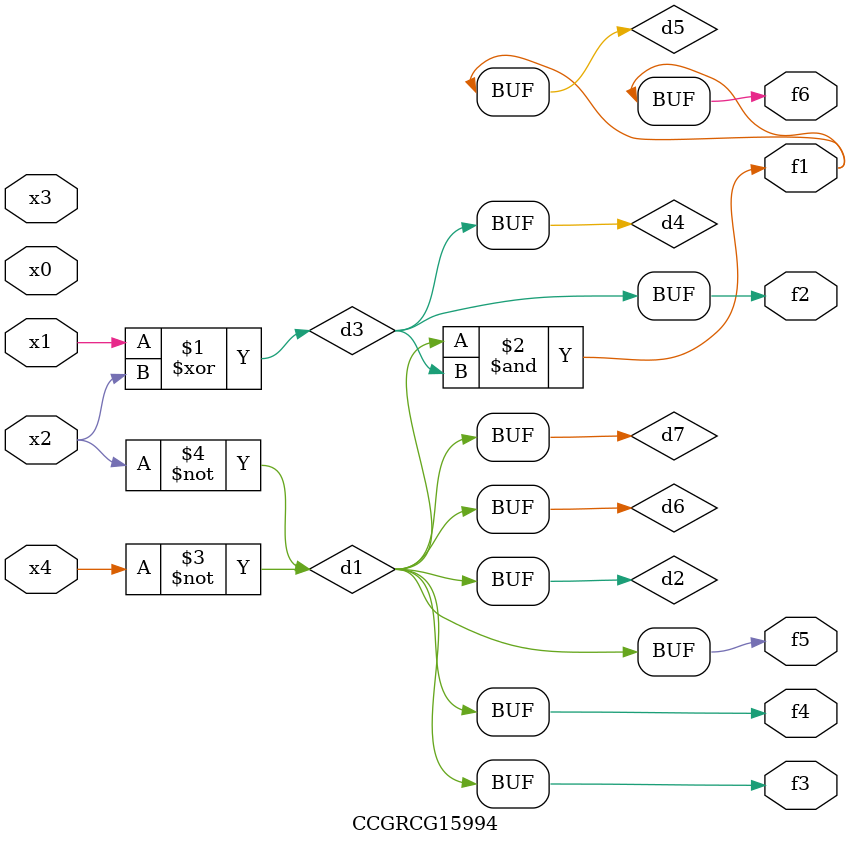
<source format=v>
module CCGRCG15994(
	input x0, x1, x2, x3, x4,
	output f1, f2, f3, f4, f5, f6
);

	wire d1, d2, d3, d4, d5, d6, d7;

	not (d1, x4);
	not (d2, x2);
	xor (d3, x1, x2);
	buf (d4, d3);
	and (d5, d1, d3);
	buf (d6, d1, d2);
	buf (d7, d2);
	assign f1 = d5;
	assign f2 = d4;
	assign f3 = d7;
	assign f4 = d7;
	assign f5 = d7;
	assign f6 = d5;
endmodule

</source>
